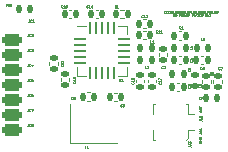
<source format=gbr>
%TF.GenerationSoftware,KiCad,Pcbnew,6.0.11-2627ca5db0~126~ubuntu22.04.1*%
%TF.CreationDate,2023-08-29T09:36:28+02:00*%
%TF.ProjectId,CC1101_868MHz_UFL_RF_Modul_FUEL4EP,43433131-3031-45f3-9836-384d487a5f55,1.2*%
%TF.SameCoordinates,Original*%
%TF.FileFunction,Legend,Top*%
%TF.FilePolarity,Positive*%
%FSLAX46Y46*%
G04 Gerber Fmt 4.6, Leading zero omitted, Abs format (unit mm)*
G04 Created by KiCad (PCBNEW 6.0.11-2627ca5db0~126~ubuntu22.04.1) date 2023-08-29 09:36:28*
%MOMM*%
%LPD*%
G01*
G04 APERTURE LIST*
G04 Aperture macros list*
%AMRoundRect*
0 Rectangle with rounded corners*
0 $1 Rounding radius*
0 $2 $3 $4 $5 $6 $7 $8 $9 X,Y pos of 4 corners*
0 Add a 4 corners polygon primitive as box body*
4,1,4,$2,$3,$4,$5,$6,$7,$8,$9,$2,$3,0*
0 Add four circle primitives for the rounded corners*
1,1,$1+$1,$2,$3*
1,1,$1+$1,$4,$5*
1,1,$1+$1,$6,$7*
1,1,$1+$1,$8,$9*
0 Add four rect primitives between the rounded corners*
20,1,$1+$1,$2,$3,$4,$5,0*
20,1,$1+$1,$4,$5,$6,$7,0*
20,1,$1+$1,$6,$7,$8,$9,0*
20,1,$1+$1,$8,$9,$2,$3,0*%
G04 Aperture macros list end*
%ADD10C,0.050000*%
%ADD11C,0.037500*%
%ADD12C,0.120000*%
%ADD13RoundRect,0.147500X-0.147500X-0.172500X0.147500X-0.172500X0.147500X0.172500X-0.147500X0.172500X0*%
%ADD14RoundRect,0.140000X0.140000X0.170000X-0.140000X0.170000X-0.140000X-0.170000X0.140000X-0.170000X0*%
%ADD15RoundRect,0.140000X-0.140000X-0.170000X0.140000X-0.170000X0.140000X0.170000X-0.140000X0.170000X0*%
%ADD16RoundRect,0.250000X-0.600000X-0.250000X0.600000X-0.250000X0.600000X0.250000X-0.600000X0.250000X0*%
%ADD17RoundRect,0.147500X-0.172500X0.147500X-0.172500X-0.147500X0.172500X-0.147500X0.172500X0.147500X0*%
%ADD18RoundRect,0.140000X0.170000X-0.140000X0.170000X0.140000X-0.170000X0.140000X-0.170000X-0.140000X0*%
%ADD19R,1.800000X1.500000*%
%ADD20RoundRect,0.140000X-0.170000X0.140000X-0.170000X-0.140000X0.170000X-0.140000X0.170000X0.140000X0*%
%ADD21RoundRect,0.135000X0.135000X0.185000X-0.135000X0.185000X-0.135000X-0.185000X0.135000X-0.185000X0*%
%ADD22R,1.400000X1.200000*%
%ADD23R,1.700000X1.000000*%
%ADD24R,1.000000X1.000000*%
%ADD25R,2.200000X1.050000*%
%ADD26RoundRect,0.062500X-0.425000X-0.062500X0.425000X-0.062500X0.425000X0.062500X-0.425000X0.062500X0*%
%ADD27RoundRect,0.062500X-0.062500X-0.425000X0.062500X-0.425000X0.062500X0.425000X-0.062500X0.425000X0*%
%ADD28R,2.400000X2.400000*%
G04 APERTURE END LIST*
D10*
X16933333Y3546428D02*
X16933333Y3641666D01*
X16990476Y3527380D02*
X16790476Y3594047D01*
X16990476Y3660714D01*
X16990476Y3727380D02*
X16790476Y3727380D01*
X16990476Y3841666D01*
X16790476Y3841666D01*
X16790476Y3908333D02*
X16790476Y4022619D01*
X16990476Y3965476D02*
X16790476Y3965476D01*
X16800000Y997619D02*
X16790476Y978571D01*
X16790476Y950000D01*
X16800000Y921428D01*
X16819047Y902380D01*
X16838095Y892857D01*
X16876190Y883333D01*
X16904761Y883333D01*
X16942857Y892857D01*
X16961904Y902380D01*
X16980952Y921428D01*
X16990476Y950000D01*
X16990476Y969047D01*
X16980952Y997619D01*
X16971428Y1007142D01*
X16904761Y1007142D01*
X16904761Y969047D01*
X16990476Y1092857D02*
X16790476Y1092857D01*
X16990476Y1207142D01*
X16790476Y1207142D01*
X16990476Y1302380D02*
X16790476Y1302380D01*
X16790476Y1350000D01*
X16800000Y1378571D01*
X16819047Y1397619D01*
X16838095Y1407142D01*
X16876190Y1416666D01*
X16904761Y1416666D01*
X16942857Y1407142D01*
X16961904Y1397619D01*
X16980952Y1378571D01*
X16990476Y1350000D01*
X16990476Y1302380D01*
D11*
X13896428Y11937928D02*
X13889285Y11930785D01*
X13867857Y11923642D01*
X13853571Y11923642D01*
X13832142Y11930785D01*
X13817857Y11945071D01*
X13810714Y11959357D01*
X13803571Y11987928D01*
X13803571Y12009357D01*
X13810714Y12037928D01*
X13817857Y12052214D01*
X13832142Y12066500D01*
X13853571Y12073642D01*
X13867857Y12073642D01*
X13889285Y12066500D01*
X13896428Y12059357D01*
X14046428Y11937928D02*
X14039285Y11930785D01*
X14017857Y11923642D01*
X14003571Y11923642D01*
X13982142Y11930785D01*
X13967857Y11945071D01*
X13960714Y11959357D01*
X13953571Y11987928D01*
X13953571Y12009357D01*
X13960714Y12037928D01*
X13967857Y12052214D01*
X13982142Y12066500D01*
X14003571Y12073642D01*
X14017857Y12073642D01*
X14039285Y12066500D01*
X14046428Y12059357D01*
X14189285Y11923642D02*
X14103571Y11923642D01*
X14146428Y11923642D02*
X14146428Y12073642D01*
X14132142Y12052214D01*
X14117857Y12037928D01*
X14103571Y12030785D01*
X14332142Y11923642D02*
X14246428Y11923642D01*
X14289285Y11923642D02*
X14289285Y12073642D01*
X14275000Y12052214D01*
X14260714Y12037928D01*
X14246428Y12030785D01*
X14425000Y12073642D02*
X14439285Y12073642D01*
X14453571Y12066500D01*
X14460714Y12059357D01*
X14467857Y12045071D01*
X14475000Y12016500D01*
X14475000Y11980785D01*
X14467857Y11952214D01*
X14460714Y11937928D01*
X14453571Y11930785D01*
X14439285Y11923642D01*
X14425000Y11923642D01*
X14410714Y11930785D01*
X14403571Y11937928D01*
X14396428Y11952214D01*
X14389285Y11980785D01*
X14389285Y12016500D01*
X14396428Y12045071D01*
X14403571Y12059357D01*
X14410714Y12066500D01*
X14425000Y12073642D01*
X14617857Y11923642D02*
X14532142Y11923642D01*
X14575000Y11923642D02*
X14575000Y12073642D01*
X14560714Y12052214D01*
X14546428Y12037928D01*
X14532142Y12030785D01*
X14646428Y11909357D02*
X14760714Y11909357D01*
X14817857Y12009357D02*
X14803571Y12016500D01*
X14796428Y12023642D01*
X14789285Y12037928D01*
X14789285Y12045071D01*
X14796428Y12059357D01*
X14803571Y12066500D01*
X14817857Y12073642D01*
X14846428Y12073642D01*
X14860714Y12066500D01*
X14867857Y12059357D01*
X14875000Y12045071D01*
X14875000Y12037928D01*
X14867857Y12023642D01*
X14860714Y12016500D01*
X14846428Y12009357D01*
X14817857Y12009357D01*
X14803571Y12002214D01*
X14796428Y11995071D01*
X14789285Y11980785D01*
X14789285Y11952214D01*
X14796428Y11937928D01*
X14803571Y11930785D01*
X14817857Y11923642D01*
X14846428Y11923642D01*
X14860714Y11930785D01*
X14867857Y11937928D01*
X14875000Y11952214D01*
X14875000Y11980785D01*
X14867857Y11995071D01*
X14860714Y12002214D01*
X14846428Y12009357D01*
X15003571Y12073642D02*
X14975000Y12073642D01*
X14960714Y12066500D01*
X14953571Y12059357D01*
X14939285Y12037928D01*
X14932142Y12009357D01*
X14932142Y11952214D01*
X14939285Y11937928D01*
X14946428Y11930785D01*
X14960714Y11923642D01*
X14989285Y11923642D01*
X15003571Y11930785D01*
X15010714Y11937928D01*
X15017857Y11952214D01*
X15017857Y11987928D01*
X15010714Y12002214D01*
X15003571Y12009357D01*
X14989285Y12016500D01*
X14960714Y12016500D01*
X14946428Y12009357D01*
X14939285Y12002214D01*
X14932142Y11987928D01*
X15103571Y12009357D02*
X15089285Y12016500D01*
X15082142Y12023642D01*
X15075000Y12037928D01*
X15075000Y12045071D01*
X15082142Y12059357D01*
X15089285Y12066500D01*
X15103571Y12073642D01*
X15132142Y12073642D01*
X15146428Y12066500D01*
X15153571Y12059357D01*
X15160714Y12045071D01*
X15160714Y12037928D01*
X15153571Y12023642D01*
X15146428Y12016500D01*
X15132142Y12009357D01*
X15103571Y12009357D01*
X15089285Y12002214D01*
X15082142Y11995071D01*
X15075000Y11980785D01*
X15075000Y11952214D01*
X15082142Y11937928D01*
X15089285Y11930785D01*
X15103571Y11923642D01*
X15132142Y11923642D01*
X15146428Y11930785D01*
X15153571Y11937928D01*
X15160714Y11952214D01*
X15160714Y11980785D01*
X15153571Y11995071D01*
X15146428Y12002214D01*
X15132142Y12009357D01*
X15225000Y11923642D02*
X15225000Y12073642D01*
X15275000Y11966500D01*
X15325000Y12073642D01*
X15325000Y11923642D01*
X15396428Y11923642D02*
X15396428Y12073642D01*
X15396428Y12002214D02*
X15482142Y12002214D01*
X15482142Y11923642D02*
X15482142Y12073642D01*
X15539285Y12023642D02*
X15617857Y12023642D01*
X15539285Y11923642D01*
X15617857Y11923642D01*
X15639285Y11909357D02*
X15753571Y11909357D01*
X15789285Y12073642D02*
X15789285Y11952214D01*
X15796428Y11937928D01*
X15803571Y11930785D01*
X15817857Y11923642D01*
X15846428Y11923642D01*
X15860714Y11930785D01*
X15867857Y11937928D01*
X15875000Y11952214D01*
X15875000Y12073642D01*
X15996428Y12002214D02*
X15946428Y12002214D01*
X15946428Y11923642D02*
X15946428Y12073642D01*
X16017857Y12073642D01*
X16146428Y11923642D02*
X16075000Y11923642D01*
X16075000Y12073642D01*
X16160714Y11909357D02*
X16275000Y11909357D01*
X16396428Y11923642D02*
X16346428Y11995071D01*
X16310714Y11923642D02*
X16310714Y12073642D01*
X16367857Y12073642D01*
X16382142Y12066500D01*
X16389285Y12059357D01*
X16396428Y12045071D01*
X16396428Y12023642D01*
X16389285Y12009357D01*
X16382142Y12002214D01*
X16367857Y11995071D01*
X16310714Y11995071D01*
X16510714Y12002214D02*
X16460714Y12002214D01*
X16460714Y11923642D02*
X16460714Y12073642D01*
X16532142Y12073642D01*
X16553571Y11909357D02*
X16667857Y11909357D01*
X16703571Y11923642D02*
X16703571Y12073642D01*
X16753571Y11966500D01*
X16803571Y12073642D01*
X16803571Y11923642D01*
X16896428Y11923642D02*
X16882142Y11930785D01*
X16875000Y11937928D01*
X16867857Y11952214D01*
X16867857Y11995071D01*
X16875000Y12009357D01*
X16882142Y12016500D01*
X16896428Y12023642D01*
X16917857Y12023642D01*
X16932142Y12016500D01*
X16939285Y12009357D01*
X16946428Y11995071D01*
X16946428Y11952214D01*
X16939285Y11937928D01*
X16932142Y11930785D01*
X16917857Y11923642D01*
X16896428Y11923642D01*
X17075000Y11923642D02*
X17075000Y12073642D01*
X17075000Y11930785D02*
X17060714Y11923642D01*
X17032142Y11923642D01*
X17017857Y11930785D01*
X17010714Y11937928D01*
X17003571Y11952214D01*
X17003571Y11995071D01*
X17010714Y12009357D01*
X17017857Y12016500D01*
X17032142Y12023642D01*
X17060714Y12023642D01*
X17075000Y12016500D01*
X17210714Y12023642D02*
X17210714Y11923642D01*
X17146428Y12023642D02*
X17146428Y11945071D01*
X17153571Y11930785D01*
X17167857Y11923642D01*
X17189285Y11923642D01*
X17203571Y11930785D01*
X17210714Y11937928D01*
X17303571Y11923642D02*
X17289285Y11930785D01*
X17282142Y11945071D01*
X17282142Y12073642D01*
X17325000Y11909357D02*
X17439285Y11909357D01*
X17525000Y12002214D02*
X17475000Y12002214D01*
X17475000Y11923642D02*
X17475000Y12073642D01*
X17546428Y12073642D01*
X17603571Y12073642D02*
X17603571Y11952214D01*
X17610714Y11937928D01*
X17617857Y11930785D01*
X17632142Y11923642D01*
X17660714Y11923642D01*
X17675000Y11930785D01*
X17682142Y11937928D01*
X17689285Y11952214D01*
X17689285Y12073642D01*
X17760714Y12002214D02*
X17810714Y12002214D01*
X17832142Y11923642D02*
X17760714Y11923642D01*
X17760714Y12073642D01*
X17832142Y12073642D01*
X17967857Y11923642D02*
X17896428Y11923642D01*
X17896428Y12073642D01*
X18082142Y12023642D02*
X18082142Y11923642D01*
X18046428Y12080785D02*
X18010714Y11973642D01*
X18103571Y11973642D01*
X18160714Y12002214D02*
X18210714Y12002214D01*
X18232142Y11923642D02*
X18160714Y11923642D01*
X18160714Y12073642D01*
X18232142Y12073642D01*
X18296428Y11923642D02*
X18296428Y12073642D01*
X18353571Y12073642D01*
X18367857Y12066500D01*
X18375000Y12059357D01*
X18382142Y12045071D01*
X18382142Y12023642D01*
X18375000Y12009357D01*
X18367857Y12002214D01*
X18353571Y11995071D01*
X18296428Y11995071D01*
X14646428Y11625000D02*
X14639285Y11632142D01*
X14625000Y11653571D01*
X14617857Y11667857D01*
X14610714Y11689285D01*
X14603571Y11725000D01*
X14603571Y11753571D01*
X14610714Y11789285D01*
X14617857Y11810714D01*
X14625000Y11825000D01*
X14639285Y11846428D01*
X14646428Y11853571D01*
X14789285Y11696428D02*
X14782142Y11689285D01*
X14760714Y11682142D01*
X14746428Y11682142D01*
X14725000Y11689285D01*
X14710714Y11703571D01*
X14703571Y11717857D01*
X14696428Y11746428D01*
X14696428Y11767857D01*
X14703571Y11796428D01*
X14710714Y11810714D01*
X14725000Y11825000D01*
X14746428Y11832142D01*
X14760714Y11832142D01*
X14782142Y11825000D01*
X14789285Y11817857D01*
X14839285Y11625000D02*
X14846428Y11632142D01*
X14860714Y11653571D01*
X14867857Y11667857D01*
X14875000Y11689285D01*
X14882142Y11725000D01*
X14882142Y11753571D01*
X14875000Y11789285D01*
X14867857Y11810714D01*
X14860714Y11825000D01*
X14846428Y11846428D01*
X14839285Y11853571D01*
X15117857Y11760714D02*
X15067857Y11760714D01*
X15067857Y11682142D02*
X15067857Y11832142D01*
X15139285Y11832142D01*
X15196428Y11832142D02*
X15196428Y11710714D01*
X15203571Y11696428D01*
X15210714Y11689285D01*
X15225000Y11682142D01*
X15253571Y11682142D01*
X15267857Y11689285D01*
X15275000Y11696428D01*
X15282142Y11710714D01*
X15282142Y11832142D01*
X15353571Y11760714D02*
X15403571Y11760714D01*
X15425000Y11682142D02*
X15353571Y11682142D01*
X15353571Y11832142D01*
X15425000Y11832142D01*
X15560714Y11682142D02*
X15489285Y11682142D01*
X15489285Y11832142D01*
X15675000Y11782142D02*
X15675000Y11682142D01*
X15639285Y11839285D02*
X15603571Y11732142D01*
X15696428Y11732142D01*
X15753571Y11760714D02*
X15803571Y11760714D01*
X15825000Y11682142D02*
X15753571Y11682142D01*
X15753571Y11832142D01*
X15825000Y11832142D01*
X15889285Y11682142D02*
X15889285Y11832142D01*
X15946428Y11832142D01*
X15960714Y11825000D01*
X15967857Y11817857D01*
X15975000Y11803571D01*
X15975000Y11782142D01*
X15967857Y11767857D01*
X15960714Y11760714D01*
X15946428Y11753571D01*
X15889285Y11753571D01*
X16182142Y11832142D02*
X16196428Y11832142D01*
X16210714Y11825000D01*
X16217857Y11817857D01*
X16225000Y11803571D01*
X16232142Y11775000D01*
X16232142Y11739285D01*
X16225000Y11710714D01*
X16217857Y11696428D01*
X16210714Y11689285D01*
X16196428Y11682142D01*
X16182142Y11682142D01*
X16167857Y11689285D01*
X16160714Y11696428D01*
X16153571Y11710714D01*
X16146428Y11739285D01*
X16146428Y11775000D01*
X16153571Y11803571D01*
X16160714Y11817857D01*
X16167857Y11825000D01*
X16182142Y11832142D01*
X16317857Y11767857D02*
X16303571Y11775000D01*
X16296428Y11782142D01*
X16289285Y11796428D01*
X16289285Y11803571D01*
X16296428Y11817857D01*
X16303571Y11825000D01*
X16317857Y11832142D01*
X16346428Y11832142D01*
X16360714Y11825000D01*
X16367857Y11817857D01*
X16375000Y11803571D01*
X16375000Y11796428D01*
X16367857Y11782142D01*
X16360714Y11775000D01*
X16346428Y11767857D01*
X16317857Y11767857D01*
X16303571Y11760714D01*
X16296428Y11753571D01*
X16289285Y11739285D01*
X16289285Y11710714D01*
X16296428Y11696428D01*
X16303571Y11689285D01*
X16317857Y11682142D01*
X16346428Y11682142D01*
X16360714Y11689285D01*
X16367857Y11696428D01*
X16375000Y11710714D01*
X16375000Y11739285D01*
X16367857Y11753571D01*
X16360714Y11760714D01*
X16346428Y11767857D01*
X16546428Y11839285D02*
X16417857Y11646428D01*
X16589285Y11817857D02*
X16596428Y11825000D01*
X16610714Y11832142D01*
X16646428Y11832142D01*
X16660714Y11825000D01*
X16667857Y11817857D01*
X16675000Y11803571D01*
X16675000Y11789285D01*
X16667857Y11767857D01*
X16582142Y11682142D01*
X16675000Y11682142D01*
X16767857Y11832142D02*
X16782142Y11832142D01*
X16796428Y11825000D01*
X16803571Y11817857D01*
X16810714Y11803571D01*
X16817857Y11775000D01*
X16817857Y11739285D01*
X16810714Y11710714D01*
X16803571Y11696428D01*
X16796428Y11689285D01*
X16782142Y11682142D01*
X16767857Y11682142D01*
X16753571Y11689285D01*
X16746428Y11696428D01*
X16739285Y11710714D01*
X16732142Y11739285D01*
X16732142Y11775000D01*
X16739285Y11803571D01*
X16746428Y11817857D01*
X16753571Y11825000D01*
X16767857Y11832142D01*
X16875000Y11817857D02*
X16882142Y11825000D01*
X16896428Y11832142D01*
X16932142Y11832142D01*
X16946428Y11825000D01*
X16953571Y11817857D01*
X16960714Y11803571D01*
X16960714Y11789285D01*
X16953571Y11767857D01*
X16867857Y11682142D01*
X16960714Y11682142D01*
X17010714Y11832142D02*
X17103571Y11832142D01*
X17053571Y11775000D01*
X17075000Y11775000D01*
X17089285Y11767857D01*
X17096428Y11760714D01*
X17103571Y11746428D01*
X17103571Y11710714D01*
X17096428Y11696428D01*
X17089285Y11689285D01*
X17075000Y11682142D01*
X17032142Y11682142D01*
X17017857Y11689285D01*
X17010714Y11696428D01*
X17260714Y11832142D02*
X17310714Y11682142D01*
X17360714Y11832142D01*
X17489285Y11682142D02*
X17403571Y11682142D01*
X17446428Y11682142D02*
X17446428Y11832142D01*
X17432142Y11810714D01*
X17417857Y11796428D01*
X17403571Y11789285D01*
X17553571Y11696428D02*
X17560714Y11689285D01*
X17553571Y11682142D01*
X17546428Y11689285D01*
X17553571Y11696428D01*
X17553571Y11682142D01*
X17617857Y11817857D02*
X17625000Y11825000D01*
X17639285Y11832142D01*
X17675000Y11832142D01*
X17689285Y11825000D01*
X17696428Y11817857D01*
X17703571Y11803571D01*
X17703571Y11789285D01*
X17696428Y11767857D01*
X17610714Y11682142D01*
X17703571Y11682142D01*
D10*
%TO.C,L1*%
X12766666Y9384523D02*
X12671428Y9384523D01*
X12671428Y9584523D01*
X12938095Y9384523D02*
X12823809Y9384523D01*
X12880952Y9384523D02*
X12880952Y9584523D01*
X12861904Y9555952D01*
X12842857Y9536904D01*
X12823809Y9527380D01*
%TO.C,C14*%
X7364428Y12374571D02*
X7354904Y12365047D01*
X7326333Y12355523D01*
X7307285Y12355523D01*
X7278714Y12365047D01*
X7259666Y12384095D01*
X7250142Y12403142D01*
X7240619Y12441238D01*
X7240619Y12469809D01*
X7250142Y12507904D01*
X7259666Y12526952D01*
X7278714Y12546000D01*
X7307285Y12555523D01*
X7326333Y12555523D01*
X7354904Y12546000D01*
X7364428Y12536476D01*
X7554904Y12355523D02*
X7440619Y12355523D01*
X7497761Y12355523D02*
X7497761Y12555523D01*
X7478714Y12526952D01*
X7459666Y12507904D01*
X7440619Y12498380D01*
X7726333Y12488857D02*
X7726333Y12355523D01*
X7678714Y12565047D02*
X7631095Y12422190D01*
X7754904Y12422190D01*
%TO.C,L7*%
X16841666Y4609523D02*
X16746428Y4609523D01*
X16746428Y4809523D01*
X16889285Y4809523D02*
X17022619Y4809523D01*
X16936904Y4609523D01*
%TO.C,L3*%
X16034876Y7041666D02*
X16034876Y6946428D01*
X15834876Y6946428D01*
X15834876Y7089285D02*
X15834876Y7213095D01*
X15911066Y7146428D01*
X15911066Y7175000D01*
X15920590Y7194047D01*
X15930114Y7203571D01*
X15949161Y7213095D01*
X15996780Y7213095D01*
X16015828Y7203571D01*
X16025352Y7194047D01*
X16034876Y7175000D01*
X16034876Y7117857D01*
X16025352Y7098809D01*
X16015828Y7089285D01*
%TO.C,L2*%
X12291666Y7209523D02*
X12196428Y7209523D01*
X12196428Y7409523D01*
X12348809Y7390476D02*
X12358333Y7400000D01*
X12377380Y7409523D01*
X12425000Y7409523D01*
X12444047Y7400000D01*
X12453571Y7390476D01*
X12463095Y7371428D01*
X12463095Y7352380D01*
X12453571Y7323809D01*
X12339285Y7209523D01*
X12463095Y7209523D01*
%TO.C,C5*%
X16991666Y7142371D02*
X16982142Y7132847D01*
X16953571Y7123323D01*
X16934523Y7123323D01*
X16905952Y7132847D01*
X16886904Y7151895D01*
X16877380Y7170942D01*
X16867857Y7209038D01*
X16867857Y7237609D01*
X16877380Y7275704D01*
X16886904Y7294752D01*
X16905952Y7313800D01*
X16934523Y7323323D01*
X16953571Y7323323D01*
X16982142Y7313800D01*
X16991666Y7304276D01*
X17172619Y7323323D02*
X17077380Y7323323D01*
X17067857Y7228085D01*
X17077380Y7237609D01*
X17096428Y7247133D01*
X17144047Y7247133D01*
X17163095Y7237609D01*
X17172619Y7228085D01*
X17182142Y7209038D01*
X17182142Y7161419D01*
X17172619Y7142371D01*
X17163095Y7132847D01*
X17144047Y7123323D01*
X17096428Y7123323D01*
X17077380Y7132847D01*
X17067857Y7142371D01*
%TO.C,C3*%
X16010828Y5666666D02*
X16020352Y5657142D01*
X16029876Y5628571D01*
X16029876Y5609523D01*
X16020352Y5580952D01*
X16001304Y5561904D01*
X15982257Y5552380D01*
X15944161Y5542857D01*
X15915590Y5542857D01*
X15877495Y5552380D01*
X15858447Y5561904D01*
X15839400Y5580952D01*
X15829876Y5609523D01*
X15829876Y5628571D01*
X15839400Y5657142D01*
X15848923Y5666666D01*
X15829876Y5733333D02*
X15829876Y5857142D01*
X15906066Y5790476D01*
X15906066Y5819047D01*
X15915590Y5838095D01*
X15925114Y5847619D01*
X15944161Y5857142D01*
X15991780Y5857142D01*
X16010828Y5847619D01*
X16020352Y5838095D01*
X16029876Y5819047D01*
X16029876Y5761904D01*
X16020352Y5742857D01*
X16010828Y5733333D01*
%TO.C,JC5*%
X2283333Y6319523D02*
X2283333Y6176666D01*
X2273809Y6148095D01*
X2254761Y6129047D01*
X2226190Y6119523D01*
X2207142Y6119523D01*
X2492857Y6138571D02*
X2483333Y6129047D01*
X2454761Y6119523D01*
X2435714Y6119523D01*
X2407142Y6129047D01*
X2388095Y6148095D01*
X2378571Y6167142D01*
X2369047Y6205238D01*
X2369047Y6233809D01*
X2378571Y6271904D01*
X2388095Y6290952D01*
X2407142Y6310000D01*
X2435714Y6319523D01*
X2454761Y6319523D01*
X2483333Y6310000D01*
X2492857Y6300476D01*
X2673809Y6319523D02*
X2578571Y6319523D01*
X2569047Y6224285D01*
X2578571Y6233809D01*
X2597619Y6243333D01*
X2645238Y6243333D01*
X2664285Y6233809D01*
X2673809Y6224285D01*
X2683333Y6205238D01*
X2683333Y6157619D01*
X2673809Y6138571D01*
X2664285Y6129047D01*
X2645238Y6119523D01*
X2597619Y6119523D01*
X2578571Y6129047D01*
X2569047Y6138571D01*
%TO.C,L6*%
X16990476Y5716666D02*
X16990476Y5621428D01*
X16790476Y5621428D01*
X16790476Y5869047D02*
X16790476Y5830952D01*
X16800000Y5811904D01*
X16809523Y5802380D01*
X16838095Y5783333D01*
X16876190Y5773809D01*
X16952380Y5773809D01*
X16971428Y5783333D01*
X16980952Y5792857D01*
X16990476Y5811904D01*
X16990476Y5850000D01*
X16980952Y5869047D01*
X16971428Y5878571D01*
X16952380Y5888095D01*
X16904761Y5888095D01*
X16885714Y5878571D01*
X16876190Y5869047D01*
X16866666Y5850000D01*
X16866666Y5811904D01*
X16876190Y5792857D01*
X16885714Y5783333D01*
X16904761Y5773809D01*
%TO.C,C2*%
X13716666Y7228571D02*
X13707142Y7219047D01*
X13678571Y7209523D01*
X13659523Y7209523D01*
X13630952Y7219047D01*
X13611904Y7238095D01*
X13602380Y7257142D01*
X13592857Y7295238D01*
X13592857Y7323809D01*
X13602380Y7361904D01*
X13611904Y7380952D01*
X13630952Y7400000D01*
X13659523Y7409523D01*
X13678571Y7409523D01*
X13707142Y7400000D01*
X13716666Y7390476D01*
X13792857Y7390476D02*
X13802380Y7400000D01*
X13821428Y7409523D01*
X13869047Y7409523D01*
X13888095Y7400000D01*
X13897619Y7390476D01*
X13907142Y7371428D01*
X13907142Y7352380D01*
X13897619Y7323809D01*
X13783333Y7209523D01*
X13907142Y7209523D01*
%TO.C,JA1*%
X16790476Y1747619D02*
X16933333Y1747619D01*
X16961904Y1738095D01*
X16980952Y1719047D01*
X16990476Y1690476D01*
X16990476Y1671428D01*
X16933333Y1833333D02*
X16933333Y1928571D01*
X16990476Y1814285D02*
X16790476Y1880952D01*
X16990476Y1947619D01*
X16990476Y2119047D02*
X16990476Y2004761D01*
X16990476Y2061904D02*
X16790476Y2061904D01*
X16819047Y2042857D01*
X16838095Y2023809D01*
X16847619Y2004761D01*
%TO.C,JC8*%
X2283333Y2509523D02*
X2283333Y2366666D01*
X2273809Y2338095D01*
X2254761Y2319047D01*
X2226190Y2309523D01*
X2207142Y2309523D01*
X2492857Y2328571D02*
X2483333Y2319047D01*
X2454761Y2309523D01*
X2435714Y2309523D01*
X2407142Y2319047D01*
X2388095Y2338095D01*
X2378571Y2357142D01*
X2369047Y2395238D01*
X2369047Y2423809D01*
X2378571Y2461904D01*
X2388095Y2480952D01*
X2407142Y2500000D01*
X2435714Y2509523D01*
X2454761Y2509523D01*
X2483333Y2500000D01*
X2492857Y2490476D01*
X2607142Y2423809D02*
X2588095Y2433333D01*
X2578571Y2442857D01*
X2569047Y2461904D01*
X2569047Y2471428D01*
X2578571Y2490476D01*
X2588095Y2500000D01*
X2607142Y2509523D01*
X2645238Y2509523D01*
X2664285Y2500000D01*
X2673809Y2490476D01*
X2683333Y2471428D01*
X2683333Y2461904D01*
X2673809Y2442857D01*
X2664285Y2433333D01*
X2645238Y2423809D01*
X2607142Y2423809D01*
X2588095Y2414285D01*
X2578571Y2404761D01*
X2569047Y2385714D01*
X2569047Y2347619D01*
X2578571Y2328571D01*
X2588095Y2319047D01*
X2607142Y2309523D01*
X2645238Y2309523D01*
X2664285Y2319047D01*
X2673809Y2328571D01*
X2683333Y2347619D01*
X2683333Y2385714D01*
X2673809Y2404761D01*
X2664285Y2414285D01*
X2645238Y2423809D01*
%TO.C,C7*%
X18516666Y7123571D02*
X18507142Y7114047D01*
X18478571Y7104523D01*
X18459523Y7104523D01*
X18430952Y7114047D01*
X18411904Y7133095D01*
X18402380Y7152142D01*
X18392857Y7190238D01*
X18392857Y7218809D01*
X18402380Y7256904D01*
X18411904Y7275952D01*
X18430952Y7295000D01*
X18459523Y7304523D01*
X18478571Y7304523D01*
X18507142Y7295000D01*
X18516666Y7285476D01*
X18583333Y7304523D02*
X18716666Y7304523D01*
X18630952Y7104523D01*
%TO.C,C16*%
X6294428Y6094428D02*
X6303952Y6084904D01*
X6313476Y6056333D01*
X6313476Y6037285D01*
X6303952Y6008714D01*
X6284904Y5989666D01*
X6265857Y5980142D01*
X6227761Y5970619D01*
X6199190Y5970619D01*
X6161095Y5980142D01*
X6142047Y5989666D01*
X6123000Y6008714D01*
X6113476Y6037285D01*
X6113476Y6056333D01*
X6123000Y6084904D01*
X6132523Y6094428D01*
X6313476Y6284904D02*
X6313476Y6170619D01*
X6313476Y6227761D02*
X6113476Y6227761D01*
X6142047Y6208714D01*
X6161095Y6189666D01*
X6170619Y6170619D01*
X6113476Y6456333D02*
X6113476Y6418238D01*
X6123000Y6399190D01*
X6132523Y6389666D01*
X6161095Y6370619D01*
X6199190Y6361095D01*
X6275380Y6361095D01*
X6294428Y6370619D01*
X6303952Y6380142D01*
X6313476Y6399190D01*
X6313476Y6437285D01*
X6303952Y6456333D01*
X6294428Y6465857D01*
X6275380Y6475380D01*
X6227761Y6475380D01*
X6208714Y6465857D01*
X6199190Y6456333D01*
X6189666Y6437285D01*
X6189666Y6399190D01*
X6199190Y6380142D01*
X6208714Y6370619D01*
X6227761Y6361095D01*
%TO.C,R1*%
X9745666Y12355523D02*
X9679000Y12450761D01*
X9631380Y12355523D02*
X9631380Y12555523D01*
X9707571Y12555523D01*
X9726619Y12546000D01*
X9736142Y12536476D01*
X9745666Y12517428D01*
X9745666Y12488857D01*
X9736142Y12469809D01*
X9726619Y12460285D01*
X9707571Y12450761D01*
X9631380Y12450761D01*
X9936142Y12355523D02*
X9821857Y12355523D01*
X9879000Y12355523D02*
X9879000Y12555523D01*
X9859952Y12526952D01*
X9840904Y12507904D01*
X9821857Y12498380D01*
%TO.C,C15*%
X11227628Y6021428D02*
X11237152Y6011904D01*
X11246676Y5983333D01*
X11246676Y5964285D01*
X11237152Y5935714D01*
X11218104Y5916666D01*
X11199057Y5907142D01*
X11160961Y5897619D01*
X11132390Y5897619D01*
X11094295Y5907142D01*
X11075247Y5916666D01*
X11056200Y5935714D01*
X11046676Y5964285D01*
X11046676Y5983333D01*
X11056200Y6011904D01*
X11065723Y6021428D01*
X11246676Y6211904D02*
X11246676Y6097619D01*
X11246676Y6154761D02*
X11046676Y6154761D01*
X11075247Y6135714D01*
X11094295Y6116666D01*
X11103819Y6097619D01*
X11046676Y6392857D02*
X11046676Y6297619D01*
X11141914Y6288095D01*
X11132390Y6297619D01*
X11122866Y6316666D01*
X11122866Y6364285D01*
X11132390Y6383333D01*
X11141914Y6392857D01*
X11160961Y6402380D01*
X11208580Y6402380D01*
X11227628Y6392857D01*
X11237152Y6383333D01*
X11246676Y6364285D01*
X11246676Y6316666D01*
X11237152Y6297619D01*
X11227628Y6288095D01*
%TO.C,C17*%
X13531828Y6021428D02*
X13541352Y6011904D01*
X13550876Y5983333D01*
X13550876Y5964285D01*
X13541352Y5935714D01*
X13522304Y5916666D01*
X13503257Y5907142D01*
X13465161Y5897619D01*
X13436590Y5897619D01*
X13398495Y5907142D01*
X13379447Y5916666D01*
X13360400Y5935714D01*
X13350876Y5964285D01*
X13350876Y5983333D01*
X13360400Y6011904D01*
X13369923Y6021428D01*
X13550876Y6211904D02*
X13550876Y6097619D01*
X13550876Y6154761D02*
X13350876Y6154761D01*
X13379447Y6135714D01*
X13398495Y6116666D01*
X13408019Y6097619D01*
X13350876Y6278571D02*
X13350876Y6411904D01*
X13550876Y6326190D01*
%TO.C,JA2*%
X16815476Y2822619D02*
X16958333Y2822619D01*
X16986904Y2813095D01*
X17005952Y2794047D01*
X17015476Y2765476D01*
X17015476Y2746428D01*
X16958333Y2908333D02*
X16958333Y3003571D01*
X17015476Y2889285D02*
X16815476Y2955952D01*
X17015476Y3022619D01*
X16834523Y3079761D02*
X16825000Y3089285D01*
X16815476Y3108333D01*
X16815476Y3155952D01*
X16825000Y3175000D01*
X16834523Y3184523D01*
X16853571Y3194047D01*
X16872619Y3194047D01*
X16901190Y3184523D01*
X17015476Y3070238D01*
X17015476Y3194047D01*
%TO.C,L4*%
X16215476Y8941666D02*
X16215476Y8846428D01*
X16015476Y8846428D01*
X16082142Y9094047D02*
X16215476Y9094047D01*
X16005952Y9046428D02*
X16148809Y8998809D01*
X16148809Y9122619D01*
%TO.C,Y1*%
X7154761Y554761D02*
X7154761Y459523D01*
X7088095Y659523D02*
X7154761Y554761D01*
X7221428Y659523D01*
X7392857Y459523D02*
X7278571Y459523D01*
X7335714Y459523D02*
X7335714Y659523D01*
X7316666Y630952D01*
X7297619Y611904D01*
X7278571Y602380D01*
%TO.C,C13*%
X5278428Y7491428D02*
X5287952Y7481904D01*
X5297476Y7453333D01*
X5297476Y7434285D01*
X5287952Y7405714D01*
X5268904Y7386666D01*
X5249857Y7377142D01*
X5211761Y7367619D01*
X5183190Y7367619D01*
X5145095Y7377142D01*
X5126047Y7386666D01*
X5107000Y7405714D01*
X5097476Y7434285D01*
X5097476Y7453333D01*
X5107000Y7481904D01*
X5116523Y7491428D01*
X5297476Y7681904D02*
X5297476Y7567619D01*
X5297476Y7624761D02*
X5097476Y7624761D01*
X5126047Y7605714D01*
X5145095Y7586666D01*
X5154619Y7567619D01*
X5097476Y7748571D02*
X5097476Y7872380D01*
X5173666Y7805714D01*
X5173666Y7834285D01*
X5183190Y7853333D01*
X5192714Y7862857D01*
X5211761Y7872380D01*
X5259380Y7872380D01*
X5278428Y7862857D01*
X5287952Y7853333D01*
X5297476Y7834285D01*
X5297476Y7777142D01*
X5287952Y7758095D01*
X5278428Y7748571D01*
%TO.C,C10*%
X5205428Y12374571D02*
X5195904Y12365047D01*
X5167333Y12355523D01*
X5148285Y12355523D01*
X5119714Y12365047D01*
X5100666Y12384095D01*
X5091142Y12403142D01*
X5081619Y12441238D01*
X5081619Y12469809D01*
X5091142Y12507904D01*
X5100666Y12526952D01*
X5119714Y12546000D01*
X5148285Y12555523D01*
X5167333Y12555523D01*
X5195904Y12546000D01*
X5205428Y12536476D01*
X5395904Y12355523D02*
X5281619Y12355523D01*
X5338761Y12355523D02*
X5338761Y12555523D01*
X5319714Y12526952D01*
X5300666Y12507904D01*
X5281619Y12498380D01*
X5519714Y12555523D02*
X5538761Y12555523D01*
X5557809Y12546000D01*
X5567333Y12536476D01*
X5576857Y12517428D01*
X5586380Y12479333D01*
X5586380Y12431714D01*
X5576857Y12393619D01*
X5567333Y12374571D01*
X5557809Y12365047D01*
X5538761Y12355523D01*
X5519714Y12355523D01*
X5500666Y12365047D01*
X5491142Y12374571D01*
X5481619Y12393619D01*
X5472095Y12431714D01*
X5472095Y12479333D01*
X5481619Y12517428D01*
X5491142Y12536476D01*
X5500666Y12546000D01*
X5519714Y12555523D01*
%TO.C,C4*%
X16196428Y7891666D02*
X16205952Y7882142D01*
X16215476Y7853571D01*
X16215476Y7834523D01*
X16205952Y7805952D01*
X16186904Y7786904D01*
X16167857Y7777380D01*
X16129761Y7767857D01*
X16101190Y7767857D01*
X16063095Y7777380D01*
X16044047Y7786904D01*
X16025000Y7805952D01*
X16015476Y7834523D01*
X16015476Y7853571D01*
X16025000Y7882142D01*
X16034523Y7891666D01*
X16082142Y8063095D02*
X16215476Y8063095D01*
X16005952Y8015476D02*
X16148809Y7967857D01*
X16148809Y8091666D01*
%TO.C,JC6*%
X2283333Y5049523D02*
X2283333Y4906666D01*
X2273809Y4878095D01*
X2254761Y4859047D01*
X2226190Y4849523D01*
X2207142Y4849523D01*
X2492857Y4868571D02*
X2483333Y4859047D01*
X2454761Y4849523D01*
X2435714Y4849523D01*
X2407142Y4859047D01*
X2388095Y4878095D01*
X2378571Y4897142D01*
X2369047Y4935238D01*
X2369047Y4963809D01*
X2378571Y5001904D01*
X2388095Y5020952D01*
X2407142Y5040000D01*
X2435714Y5049523D01*
X2454761Y5049523D01*
X2483333Y5040000D01*
X2492857Y5030476D01*
X2664285Y5049523D02*
X2626190Y5049523D01*
X2607142Y5040000D01*
X2597619Y5030476D01*
X2578571Y5001904D01*
X2569047Y4963809D01*
X2569047Y4887619D01*
X2578571Y4868571D01*
X2588095Y4859047D01*
X2607142Y4849523D01*
X2645238Y4849523D01*
X2664285Y4859047D01*
X2673809Y4868571D01*
X2683333Y4887619D01*
X2683333Y4935238D01*
X2673809Y4954285D01*
X2664285Y4963809D01*
X2645238Y4973333D01*
X2607142Y4973333D01*
X2588095Y4963809D01*
X2578571Y4954285D01*
X2569047Y4935238D01*
%TO.C,C12*%
X12021428Y11538171D02*
X12011904Y11528647D01*
X11983333Y11519123D01*
X11964285Y11519123D01*
X11935714Y11528647D01*
X11916666Y11547695D01*
X11907142Y11566742D01*
X11897619Y11604838D01*
X11897619Y11633409D01*
X11907142Y11671504D01*
X11916666Y11690552D01*
X11935714Y11709600D01*
X11964285Y11719123D01*
X11983333Y11719123D01*
X12011904Y11709600D01*
X12021428Y11700076D01*
X12211904Y11519123D02*
X12097619Y11519123D01*
X12154761Y11519123D02*
X12154761Y11719123D01*
X12135714Y11690552D01*
X12116666Y11671504D01*
X12097619Y11661980D01*
X12288095Y11700076D02*
X12297619Y11709600D01*
X12316666Y11719123D01*
X12364285Y11719123D01*
X12383333Y11709600D01*
X12392857Y11700076D01*
X12402380Y11681028D01*
X12402380Y11661980D01*
X12392857Y11633409D01*
X12278571Y11519123D01*
X12402380Y11519123D01*
%TO.C,JC3*%
X2283333Y8859523D02*
X2283333Y8716666D01*
X2273809Y8688095D01*
X2254761Y8669047D01*
X2226190Y8659523D01*
X2207142Y8659523D01*
X2492857Y8678571D02*
X2483333Y8669047D01*
X2454761Y8659523D01*
X2435714Y8659523D01*
X2407142Y8669047D01*
X2388095Y8688095D01*
X2378571Y8707142D01*
X2369047Y8745238D01*
X2369047Y8773809D01*
X2378571Y8811904D01*
X2388095Y8830952D01*
X2407142Y8850000D01*
X2435714Y8859523D01*
X2454761Y8859523D01*
X2483333Y8850000D01*
X2492857Y8840476D01*
X2559523Y8859523D02*
X2683333Y8859523D01*
X2616666Y8783333D01*
X2645238Y8783333D01*
X2664285Y8773809D01*
X2673809Y8764285D01*
X2683333Y8745238D01*
X2683333Y8697619D01*
X2673809Y8678571D01*
X2664285Y8669047D01*
X2645238Y8659523D01*
X2588095Y8659523D01*
X2569047Y8669047D01*
X2559523Y8678571D01*
%TO.C,JC2*%
X2283333Y10129523D02*
X2283333Y9986666D01*
X2273809Y9958095D01*
X2254761Y9939047D01*
X2226190Y9929523D01*
X2207142Y9929523D01*
X2492857Y9948571D02*
X2483333Y9939047D01*
X2454761Y9929523D01*
X2435714Y9929523D01*
X2407142Y9939047D01*
X2388095Y9958095D01*
X2378571Y9977142D01*
X2369047Y10015238D01*
X2369047Y10043809D01*
X2378571Y10081904D01*
X2388095Y10100952D01*
X2407142Y10120000D01*
X2435714Y10129523D01*
X2454761Y10129523D01*
X2483333Y10120000D01*
X2492857Y10110476D01*
X2569047Y10110476D02*
X2578571Y10120000D01*
X2597619Y10129523D01*
X2645238Y10129523D01*
X2664285Y10120000D01*
X2673809Y10110476D01*
X2683333Y10091428D01*
X2683333Y10072380D01*
X2673809Y10043809D01*
X2559523Y9929523D01*
X2683333Y9929523D01*
%TO.C,JC1*%
X2383333Y11349523D02*
X2383333Y11206666D01*
X2373809Y11178095D01*
X2354761Y11159047D01*
X2326190Y11149523D01*
X2307142Y11149523D01*
X2592857Y11168571D02*
X2583333Y11159047D01*
X2554761Y11149523D01*
X2535714Y11149523D01*
X2507142Y11159047D01*
X2488095Y11178095D01*
X2478571Y11197142D01*
X2469047Y11235238D01*
X2469047Y11263809D01*
X2478571Y11301904D01*
X2488095Y11320952D01*
X2507142Y11340000D01*
X2535714Y11349523D01*
X2554761Y11349523D01*
X2583333Y11340000D01*
X2592857Y11330476D01*
X2783333Y11149523D02*
X2669047Y11149523D01*
X2726190Y11149523D02*
X2726190Y11349523D01*
X2707142Y11320952D01*
X2688095Y11301904D01*
X2669047Y11292380D01*
%TO.C,L5*%
X17041666Y9570323D02*
X16946428Y9570323D01*
X16946428Y9770323D01*
X17203571Y9770323D02*
X17108333Y9770323D01*
X17098809Y9675085D01*
X17108333Y9684609D01*
X17127380Y9694133D01*
X17175000Y9694133D01*
X17194047Y9684609D01*
X17203571Y9675085D01*
X17213095Y9656038D01*
X17213095Y9608419D01*
X17203571Y9589371D01*
X17194047Y9579847D01*
X17175000Y9570323D01*
X17127380Y9570323D01*
X17108333Y9579847D01*
X17098809Y9589371D01*
%TO.C,JA3*%
X15865476Y647619D02*
X16008333Y647619D01*
X16036904Y638095D01*
X16055952Y619047D01*
X16065476Y590476D01*
X16065476Y571428D01*
X16008333Y733333D02*
X16008333Y828571D01*
X16065476Y714285D02*
X15865476Y780952D01*
X16065476Y847619D01*
X15865476Y895238D02*
X15865476Y1019047D01*
X15941666Y952380D01*
X15941666Y980952D01*
X15951190Y1000000D01*
X15960714Y1009523D01*
X15979761Y1019047D01*
X16027380Y1019047D01*
X16046428Y1009523D01*
X16055952Y1000000D01*
X16065476Y980952D01*
X16065476Y923809D01*
X16055952Y904761D01*
X16046428Y895238D01*
%TO.C,C11*%
X13246428Y10253571D02*
X13236904Y10244047D01*
X13208333Y10234523D01*
X13189285Y10234523D01*
X13160714Y10244047D01*
X13141666Y10263095D01*
X13132142Y10282142D01*
X13122619Y10320238D01*
X13122619Y10348809D01*
X13132142Y10386904D01*
X13141666Y10405952D01*
X13160714Y10425000D01*
X13189285Y10434523D01*
X13208333Y10434523D01*
X13236904Y10425000D01*
X13246428Y10415476D01*
X13436904Y10234523D02*
X13322619Y10234523D01*
X13379761Y10234523D02*
X13379761Y10434523D01*
X13360714Y10405952D01*
X13341666Y10386904D01*
X13322619Y10377380D01*
X13627380Y10234523D02*
X13513095Y10234523D01*
X13570238Y10234523D02*
X13570238Y10434523D01*
X13551190Y10405952D01*
X13532142Y10386904D01*
X13513095Y10377380D01*
%TO.C,C8*%
X6062666Y4627571D02*
X6053142Y4618047D01*
X6024571Y4608523D01*
X6005523Y4608523D01*
X5976952Y4618047D01*
X5957904Y4637095D01*
X5948380Y4656142D01*
X5938857Y4694238D01*
X5938857Y4722809D01*
X5948380Y4760904D01*
X5957904Y4779952D01*
X5976952Y4799000D01*
X6005523Y4808523D01*
X6024571Y4808523D01*
X6053142Y4799000D01*
X6062666Y4789476D01*
X6176952Y4722809D02*
X6157904Y4732333D01*
X6148380Y4741857D01*
X6138857Y4760904D01*
X6138857Y4770428D01*
X6148380Y4789476D01*
X6157904Y4799000D01*
X6176952Y4808523D01*
X6215047Y4808523D01*
X6234095Y4799000D01*
X6243619Y4789476D01*
X6253142Y4770428D01*
X6253142Y4760904D01*
X6243619Y4741857D01*
X6234095Y4732333D01*
X6215047Y4722809D01*
X6176952Y4722809D01*
X6157904Y4713285D01*
X6148380Y4703761D01*
X6138857Y4684714D01*
X6138857Y4646619D01*
X6148380Y4627571D01*
X6157904Y4618047D01*
X6176952Y4608523D01*
X6215047Y4608523D01*
X6234095Y4618047D01*
X6243619Y4627571D01*
X6253142Y4646619D01*
X6253142Y4684714D01*
X6243619Y4703761D01*
X6234095Y4713285D01*
X6215047Y4722809D01*
%TO.C,C1*%
X15206666Y10596571D02*
X15197142Y10587047D01*
X15168571Y10577523D01*
X15149523Y10577523D01*
X15120952Y10587047D01*
X15101904Y10606095D01*
X15092380Y10625142D01*
X15082857Y10663238D01*
X15082857Y10691809D01*
X15092380Y10729904D01*
X15101904Y10748952D01*
X15120952Y10768000D01*
X15149523Y10777523D01*
X15168571Y10777523D01*
X15197142Y10768000D01*
X15206666Y10758476D01*
X15397142Y10577523D02*
X15282857Y10577523D01*
X15340000Y10577523D02*
X15340000Y10777523D01*
X15320952Y10748952D01*
X15301904Y10729904D01*
X15282857Y10720380D01*
%TO.C,C6*%
X17921428Y6741666D02*
X17930952Y6732142D01*
X17940476Y6703571D01*
X17940476Y6684523D01*
X17930952Y6655952D01*
X17911904Y6636904D01*
X17892857Y6627380D01*
X17854761Y6617857D01*
X17826190Y6617857D01*
X17788095Y6627380D01*
X17769047Y6636904D01*
X17750000Y6655952D01*
X17740476Y6684523D01*
X17740476Y6703571D01*
X17750000Y6732142D01*
X17759523Y6741666D01*
X17740476Y6913095D02*
X17740476Y6875000D01*
X17750000Y6855952D01*
X17759523Y6846428D01*
X17788095Y6827380D01*
X17826190Y6817857D01*
X17902380Y6817857D01*
X17921428Y6827380D01*
X17930952Y6836904D01*
X17940476Y6855952D01*
X17940476Y6894047D01*
X17930952Y6913095D01*
X17921428Y6922619D01*
X17902380Y6932142D01*
X17854761Y6932142D01*
X17835714Y6922619D01*
X17826190Y6913095D01*
X17816666Y6894047D01*
X17816666Y6855952D01*
X17826190Y6836904D01*
X17835714Y6827380D01*
X17854761Y6817857D01*
%TO.C,C9*%
X10253666Y3992571D02*
X10244142Y3983047D01*
X10215571Y3973523D01*
X10196523Y3973523D01*
X10167952Y3983047D01*
X10148904Y4002095D01*
X10139380Y4021142D01*
X10129857Y4059238D01*
X10129857Y4087809D01*
X10139380Y4125904D01*
X10148904Y4144952D01*
X10167952Y4164000D01*
X10196523Y4173523D01*
X10215571Y4173523D01*
X10244142Y4164000D01*
X10253666Y4154476D01*
X10348904Y3973523D02*
X10387000Y3973523D01*
X10406047Y3983047D01*
X10415571Y3992571D01*
X10434619Y4021142D01*
X10444142Y4059238D01*
X10444142Y4135428D01*
X10434619Y4154476D01*
X10425095Y4164000D01*
X10406047Y4173523D01*
X10367952Y4173523D01*
X10348904Y4164000D01*
X10339380Y4154476D01*
X10329857Y4135428D01*
X10329857Y4087809D01*
X10339380Y4068761D01*
X10348904Y4059238D01*
X10367952Y4049714D01*
X10406047Y4049714D01*
X10425095Y4059238D01*
X10434619Y4068761D01*
X10444142Y4087809D01*
%TO.C,JC4*%
X2283333Y7589523D02*
X2283333Y7446666D01*
X2273809Y7418095D01*
X2254761Y7399047D01*
X2226190Y7389523D01*
X2207142Y7389523D01*
X2492857Y7408571D02*
X2483333Y7399047D01*
X2454761Y7389523D01*
X2435714Y7389523D01*
X2407142Y7399047D01*
X2388095Y7418095D01*
X2378571Y7437142D01*
X2369047Y7475238D01*
X2369047Y7503809D01*
X2378571Y7541904D01*
X2388095Y7560952D01*
X2407142Y7580000D01*
X2435714Y7589523D01*
X2454761Y7589523D01*
X2483333Y7580000D01*
X2492857Y7570476D01*
X2664285Y7522857D02*
X2664285Y7389523D01*
X2616666Y7599047D02*
X2569047Y7456190D01*
X2692857Y7456190D01*
%TO.C,U1*%
X10007619Y6332523D02*
X10007619Y6170619D01*
X10017142Y6151571D01*
X10026666Y6142047D01*
X10045714Y6132523D01*
X10083809Y6132523D01*
X10102857Y6142047D01*
X10112380Y6151571D01*
X10121904Y6170619D01*
X10121904Y6332523D01*
X10321904Y6132523D02*
X10207619Y6132523D01*
X10264761Y6132523D02*
X10264761Y6332523D01*
X10245714Y6303952D01*
X10226666Y6284904D01*
X10207619Y6275380D01*
%TO.C,FB1*%
X483333Y12564285D02*
X416666Y12564285D01*
X416666Y12459523D02*
X416666Y12659523D01*
X511904Y12659523D01*
X654761Y12564285D02*
X683333Y12554761D01*
X692857Y12545238D01*
X702380Y12526190D01*
X702380Y12497619D01*
X692857Y12478571D01*
X683333Y12469047D01*
X664285Y12459523D01*
X588095Y12459523D01*
X588095Y12659523D01*
X654761Y12659523D01*
X673809Y12650000D01*
X683333Y12640476D01*
X692857Y12621428D01*
X692857Y12602380D01*
X683333Y12583333D01*
X673809Y12573809D01*
X654761Y12564285D01*
X588095Y12564285D01*
X892857Y12459523D02*
X778571Y12459523D01*
X835714Y12459523D02*
X835714Y12659523D01*
X816666Y12630952D01*
X797619Y12611904D01*
X778571Y12602380D01*
%TO.C,JC7*%
X2283333Y3779523D02*
X2283333Y3636666D01*
X2273809Y3608095D01*
X2254761Y3589047D01*
X2226190Y3579523D01*
X2207142Y3579523D01*
X2492857Y3598571D02*
X2483333Y3589047D01*
X2454761Y3579523D01*
X2435714Y3579523D01*
X2407142Y3589047D01*
X2388095Y3608095D01*
X2378571Y3627142D01*
X2369047Y3665238D01*
X2369047Y3693809D01*
X2378571Y3731904D01*
X2388095Y3750952D01*
X2407142Y3770000D01*
X2435714Y3779523D01*
X2454761Y3779523D01*
X2483333Y3770000D01*
X2492857Y3760476D01*
X2559523Y3779523D02*
X2692857Y3779523D01*
X2607142Y3579523D01*
D12*
%TO.C,C14*%
X8235836Y12171000D02*
X8020164Y12171000D01*
X8235836Y11451000D02*
X8020164Y11451000D01*
%TO.C,C5*%
X17132836Y8260000D02*
X16917164Y8260000D01*
X17132836Y7540000D02*
X16917164Y7540000D01*
%TO.C,C3*%
X14892164Y5253800D02*
X15107836Y5253800D01*
X14892164Y5973800D02*
X15107836Y5973800D01*
%TO.C,C2*%
X14089000Y8276964D02*
X14089000Y8492636D01*
X13369000Y8276964D02*
X13369000Y8492636D01*
%TO.C,C7*%
X18710000Y5982164D02*
X18710000Y6197836D01*
X17990000Y5982164D02*
X17990000Y6197836D01*
%TO.C,C16*%
X5075600Y6356236D02*
X5075600Y6140564D01*
X5795600Y6356236D02*
X5795600Y6140564D01*
%TO.C,R1*%
X10440641Y11431000D02*
X10133359Y11431000D01*
X10440641Y12191000D02*
X10133359Y12191000D01*
%TO.C,C15*%
X11440000Y6257836D02*
X11440000Y6042164D01*
X12160000Y6257836D02*
X12160000Y6042164D01*
%TO.C,C17*%
X12440000Y6257836D02*
X12440000Y6042164D01*
X13160000Y6257836D02*
X13160000Y6042164D01*
%TO.C,Y1*%
X5823200Y4190000D02*
X5823200Y890000D01*
X5823200Y890000D02*
X9823200Y890000D01*
%TO.C,C13*%
X4110400Y7741436D02*
X4110400Y7525764D01*
X4830400Y7741436D02*
X4830400Y7525764D01*
%TO.C,C10*%
X5765164Y11451000D02*
X5980836Y11451000D01*
X5765164Y12171000D02*
X5980836Y12171000D01*
%TO.C,C4*%
X15052764Y7539800D02*
X15268436Y7539800D01*
X15052764Y8259800D02*
X15268436Y8259800D01*
%TO.C,C12*%
X12042164Y10640000D02*
X12257836Y10640000D01*
X12042164Y11360000D02*
X12257836Y11360000D01*
%TO.C,JA3*%
X12875000Y4150000D02*
X13075000Y4150000D01*
X15875000Y1350000D02*
X15675000Y1150000D01*
X13075000Y1150000D02*
X12875000Y1150000D01*
X12875000Y1150000D02*
X12875000Y1950000D01*
X15875000Y1950000D02*
X15875000Y1350000D01*
X12875000Y3350000D02*
X12875000Y4150000D01*
X15875000Y4150000D02*
X15875000Y3350000D01*
X15675000Y4150000D02*
X15875000Y4150000D01*
X15875000Y1950000D02*
X16375000Y1950000D01*
X15875000Y3350000D02*
X16375000Y3350000D01*
%TO.C,C11*%
X12042164Y9665000D02*
X12257836Y9665000D01*
X12042164Y10385000D02*
X12257836Y10385000D01*
%TO.C,C8*%
X7308964Y4466000D02*
X7524636Y4466000D01*
X7308964Y5186000D02*
X7524636Y5186000D01*
%TO.C,C1*%
X15052764Y9622600D02*
X15268436Y9622600D01*
X15052764Y10342600D02*
X15268436Y10342600D01*
%TO.C,C6*%
X17760000Y5992164D02*
X17760000Y6207836D01*
X17040000Y5992164D02*
X17040000Y6207836D01*
%TO.C,C9*%
X9832836Y5161000D02*
X9617164Y5161000D01*
X9832836Y4441000D02*
X9617164Y4441000D01*
%TO.C,U1*%
X9964000Y6592800D02*
X10689000Y6592800D01*
X7194000Y10812800D02*
X6469000Y10812800D01*
X10689000Y10812800D02*
X10689000Y10087800D01*
X10689000Y6592800D02*
X10689000Y7317800D01*
X7194000Y6592800D02*
X6469000Y6592800D01*
X6469000Y6592800D02*
X6469000Y7317800D01*
X9964000Y10812800D02*
X10689000Y10812800D01*
%TD*%
%LPC*%
D13*
%TO.C,L1*%
X11794000Y8892800D03*
X12764000Y8892800D03*
%TD*%
D14*
%TO.C,C14*%
X8608000Y11811000D03*
X7648000Y11811000D03*
%TD*%
D13*
%TO.C,L7*%
X17365000Y4675000D03*
X18335000Y4675000D03*
%TD*%
%TO.C,L3*%
X14515000Y6731400D03*
X15485000Y6731400D03*
%TD*%
%TO.C,L2*%
X11794000Y7902800D03*
X12764000Y7902800D03*
%TD*%
D14*
%TO.C,C5*%
X17505000Y7900000D03*
X16545000Y7900000D03*
%TD*%
D15*
%TO.C,C3*%
X14520000Y5613800D03*
X15480000Y5613800D03*
%TD*%
D16*
%TO.C,JC5*%
X950000Y5810000D03*
%TD*%
D17*
%TO.C,L6*%
X16400000Y6685000D03*
X16400000Y5715000D03*
%TD*%
D18*
%TO.C,C2*%
X13729000Y7904800D03*
X13729000Y8864800D03*
%TD*%
D19*
%TO.C,JA1*%
X18000000Y1550000D03*
%TD*%
D16*
%TO.C,JC8*%
X950000Y2000000D03*
%TD*%
D18*
%TO.C,C7*%
X18350000Y5610000D03*
X18350000Y6570000D03*
%TD*%
D20*
%TO.C,C16*%
X5435600Y6728400D03*
X5435600Y5768400D03*
%TD*%
D21*
%TO.C,R1*%
X10797000Y11811000D03*
X9777000Y11811000D03*
%TD*%
D20*
%TO.C,C15*%
X11800000Y6630000D03*
X11800000Y5670000D03*
%TD*%
%TO.C,C17*%
X12800000Y6630000D03*
X12800000Y5670000D03*
%TD*%
D19*
%TO.C,JA2*%
X18000000Y3275000D03*
%TD*%
D13*
%TO.C,L4*%
X14695600Y8966600D03*
X15665600Y8966600D03*
%TD*%
D22*
%TO.C,Y1*%
X6723200Y1690000D03*
X8923200Y1690000D03*
X8923200Y3390000D03*
X6723200Y3390000D03*
%TD*%
D20*
%TO.C,C13*%
X4470400Y8113600D03*
X4470400Y7153600D03*
%TD*%
D15*
%TO.C,C10*%
X5393000Y11811000D03*
X6353000Y11811000D03*
%TD*%
%TO.C,C4*%
X14680600Y7899800D03*
X15640600Y7899800D03*
%TD*%
D16*
%TO.C,JC6*%
X950000Y4540000D03*
%TD*%
D15*
%TO.C,C12*%
X11670000Y11000000D03*
X12630000Y11000000D03*
%TD*%
D16*
%TO.C,JC3*%
X950000Y8350000D03*
%TD*%
%TO.C,JC2*%
X950000Y9620000D03*
%TD*%
D23*
%TO.C,JC1*%
X950000Y10890000D03*
%TD*%
D13*
%TO.C,L5*%
X16590000Y8950000D03*
X17560000Y8950000D03*
%TD*%
D24*
%TO.C,JA3*%
X15875000Y2650000D03*
D25*
X14375000Y4125000D03*
D24*
X12875000Y2650000D03*
D25*
X14375000Y1175000D03*
%TD*%
D15*
%TO.C,C11*%
X11670000Y10025000D03*
X12630000Y10025000D03*
%TD*%
%TO.C,C8*%
X6936800Y4826000D03*
X7896800Y4826000D03*
%TD*%
%TO.C,C1*%
X14680600Y9982600D03*
X15640600Y9982600D03*
%TD*%
D18*
%TO.C,C6*%
X17400000Y5620000D03*
X17400000Y6580000D03*
%TD*%
D14*
%TO.C,C9*%
X10205000Y4801000D03*
X9245000Y4801000D03*
%TD*%
D16*
%TO.C,JC4*%
X950000Y7080000D03*
%TD*%
D26*
%TO.C,U1*%
X6691500Y9702800D03*
X6691500Y9202800D03*
X6691500Y8702800D03*
X6691500Y8202800D03*
X6691500Y7702800D03*
D27*
X7579000Y6815300D03*
X8079000Y6815300D03*
X8579000Y6815300D03*
X9079000Y6815300D03*
X9579000Y6815300D03*
D26*
X10466500Y7702800D03*
X10466500Y8202800D03*
X10466500Y8702800D03*
X10466500Y9202800D03*
X10466500Y9702800D03*
D27*
X9579000Y10590300D03*
X9079000Y10590300D03*
X8579000Y10590300D03*
X8079000Y10590300D03*
X7579000Y10590300D03*
D28*
X8579000Y8702800D03*
%TD*%
D13*
%TO.C,FB1*%
X1540000Y12250000D03*
X2510000Y12250000D03*
%TD*%
D16*
%TO.C,JC7*%
X950000Y3270000D03*
%TD*%
M02*

</source>
